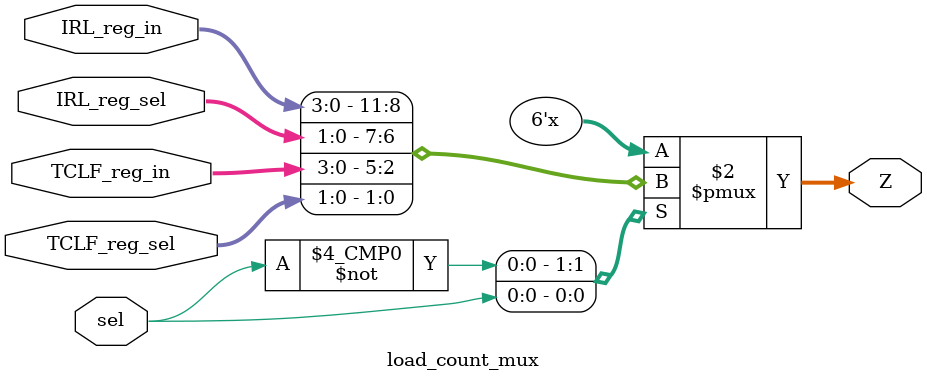
<source format=v>
module load_count_mux(sel, IRL_reg_sel, IRL_reg_in, TCLF_reg_sel, TCLF_reg_in, Z);

	input sel;
	input [1:0]IRL_reg_sel;
	input [3:0]IRL_reg_in;
	input [1:0]TCLF_reg_sel;
	input [3:0]TCLF_reg_in;
	output[5:0] Z;
	
	reg [5:0] Z;
	
	always @(sel or IRL_reg_sel or IRL_reg_in or TCLF_reg_sel or TCLF_reg_in)
	begin
	
		case (sel)
		
			1'b 0: Z = {IRL_reg_in[3], IRL_reg_in[2], IRL_reg_in[1], IRL_reg_in[0], IRL_reg_sel[1], IRL_reg_sel[0]};
			1'b 1: Z = {TCLF_reg_in[3], TCLF_reg_in[2], TCLF_reg_in[1], TCLF_reg_in[0], TCLF_reg_sel[1], TCLF_reg_sel[0]};
			
		endcase
	end
endmodule
</source>
